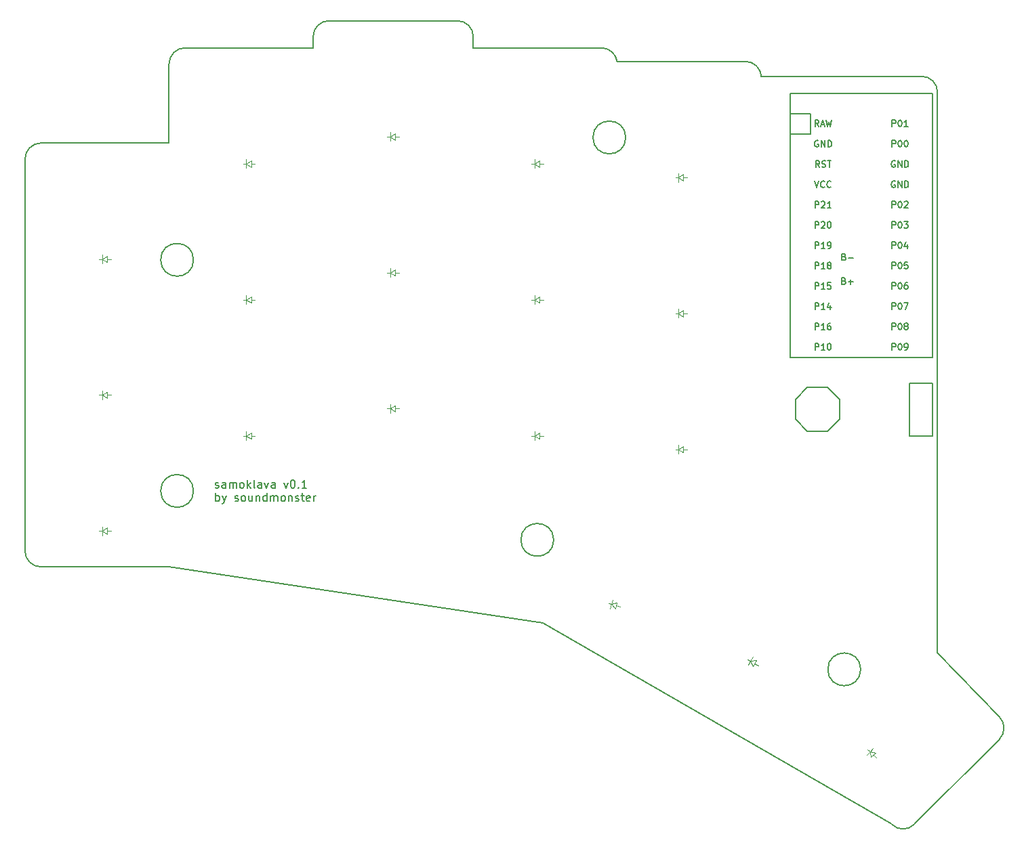
<source format=gbr>
G04 #@! TF.GenerationSoftware,KiCad,Pcbnew,5.1.5+dfsg1-2build2*
G04 #@! TF.CreationDate,2021-11-11T17:13:18+00:00*
G04 #@! TF.ProjectId,board,626f6172-642e-46b6-9963-61645f706362,VERSION_HERE*
G04 #@! TF.SameCoordinates,Original*
G04 #@! TF.FileFunction,Legend,Top*
G04 #@! TF.FilePolarity,Positive*
%FSLAX46Y46*%
G04 Gerber Fmt 4.6, Leading zero omitted, Abs format (unit mm)*
G04 Created by KiCad (PCBNEW 5.1.5+dfsg1-2build2) date 2021-11-11 17:13:18*
%MOMM*%
%LPD*%
G04 APERTURE LIST*
%ADD10C,0.150000*%
G04 #@! TA.AperFunction,Profile*
%ADD11C,0.150000*%
G04 #@! TD*
%ADD12C,0.100000*%
G04 APERTURE END LIST*
D10*
X31787976Y420238D02*
X31883214Y372619D01*
X32073690Y372619D01*
X32168928Y420238D01*
X32216547Y515476D01*
X32216547Y563095D01*
X32168928Y658333D01*
X32073690Y705952D01*
X31930833Y705952D01*
X31835595Y753571D01*
X31787976Y848809D01*
X31787976Y896428D01*
X31835595Y991666D01*
X31930833Y1039285D01*
X32073690Y1039285D01*
X32168928Y991666D01*
X33073690Y372619D02*
X33073690Y896428D01*
X33026071Y991666D01*
X32930833Y1039285D01*
X32740357Y1039285D01*
X32645119Y991666D01*
X33073690Y420238D02*
X32978452Y372619D01*
X32740357Y372619D01*
X32645119Y420238D01*
X32597500Y515476D01*
X32597500Y610714D01*
X32645119Y705952D01*
X32740357Y753571D01*
X32978452Y753571D01*
X33073690Y801190D01*
X33549880Y372619D02*
X33549880Y1039285D01*
X33549880Y944047D02*
X33597500Y991666D01*
X33692738Y1039285D01*
X33835595Y1039285D01*
X33930833Y991666D01*
X33978452Y896428D01*
X33978452Y372619D01*
X33978452Y896428D02*
X34026071Y991666D01*
X34121309Y1039285D01*
X34264166Y1039285D01*
X34359404Y991666D01*
X34407023Y896428D01*
X34407023Y372619D01*
X35026071Y372619D02*
X34930833Y420238D01*
X34883214Y467857D01*
X34835595Y563095D01*
X34835595Y848809D01*
X34883214Y944047D01*
X34930833Y991666D01*
X35026071Y1039285D01*
X35168928Y1039285D01*
X35264166Y991666D01*
X35311785Y944047D01*
X35359404Y848809D01*
X35359404Y563095D01*
X35311785Y467857D01*
X35264166Y420238D01*
X35168928Y372619D01*
X35026071Y372619D01*
X35787976Y372619D02*
X35787976Y1372619D01*
X35883214Y753571D02*
X36168928Y372619D01*
X36168928Y1039285D02*
X35787976Y658333D01*
X36740357Y372619D02*
X36645119Y420238D01*
X36597500Y515476D01*
X36597500Y1372619D01*
X37549880Y372619D02*
X37549880Y896428D01*
X37502261Y991666D01*
X37407023Y1039285D01*
X37216547Y1039285D01*
X37121309Y991666D01*
X37549880Y420238D02*
X37454642Y372619D01*
X37216547Y372619D01*
X37121309Y420238D01*
X37073690Y515476D01*
X37073690Y610714D01*
X37121309Y705952D01*
X37216547Y753571D01*
X37454642Y753571D01*
X37549880Y801190D01*
X37930833Y1039285D02*
X38168928Y372619D01*
X38407023Y1039285D01*
X39216547Y372619D02*
X39216547Y896428D01*
X39168928Y991666D01*
X39073690Y1039285D01*
X38883214Y1039285D01*
X38787976Y991666D01*
X39216547Y420238D02*
X39121309Y372619D01*
X38883214Y372619D01*
X38787976Y420238D01*
X38740357Y515476D01*
X38740357Y610714D01*
X38787976Y705952D01*
X38883214Y753571D01*
X39121309Y753571D01*
X39216547Y801190D01*
X40359404Y1039285D02*
X40597500Y372619D01*
X40835595Y1039285D01*
X41407023Y1372619D02*
X41502261Y1372619D01*
X41597500Y1325000D01*
X41645119Y1277380D01*
X41692738Y1182142D01*
X41740357Y991666D01*
X41740357Y753571D01*
X41692738Y563095D01*
X41645119Y467857D01*
X41597500Y420238D01*
X41502261Y372619D01*
X41407023Y372619D01*
X41311785Y420238D01*
X41264166Y467857D01*
X41216547Y563095D01*
X41168928Y753571D01*
X41168928Y991666D01*
X41216547Y1182142D01*
X41264166Y1277380D01*
X41311785Y1325000D01*
X41407023Y1372619D01*
X42168928Y467857D02*
X42216547Y420238D01*
X42168928Y372619D01*
X42121309Y420238D01*
X42168928Y467857D01*
X42168928Y372619D01*
X43168928Y372619D02*
X42597500Y372619D01*
X42883214Y372619D02*
X42883214Y1372619D01*
X42787976Y1229761D01*
X42692738Y1134523D01*
X42597500Y1086904D01*
X31835595Y-1277380D02*
X31835595Y-277380D01*
X31835595Y-658333D02*
X31930833Y-610714D01*
X32121309Y-610714D01*
X32216547Y-658333D01*
X32264166Y-705952D01*
X32311785Y-801190D01*
X32311785Y-1086904D01*
X32264166Y-1182142D01*
X32216547Y-1229761D01*
X32121309Y-1277380D01*
X31930833Y-1277380D01*
X31835595Y-1229761D01*
X32645119Y-610714D02*
X32883214Y-1277380D01*
X33121309Y-610714D02*
X32883214Y-1277380D01*
X32787976Y-1515476D01*
X32740357Y-1563095D01*
X32645119Y-1610714D01*
X34216547Y-1229761D02*
X34311785Y-1277380D01*
X34502261Y-1277380D01*
X34597500Y-1229761D01*
X34645119Y-1134523D01*
X34645119Y-1086904D01*
X34597500Y-991666D01*
X34502261Y-944047D01*
X34359404Y-944047D01*
X34264166Y-896428D01*
X34216547Y-801190D01*
X34216547Y-753571D01*
X34264166Y-658333D01*
X34359404Y-610714D01*
X34502261Y-610714D01*
X34597500Y-658333D01*
X35216547Y-1277380D02*
X35121309Y-1229761D01*
X35073690Y-1182142D01*
X35026071Y-1086904D01*
X35026071Y-801190D01*
X35073690Y-705952D01*
X35121309Y-658333D01*
X35216547Y-610714D01*
X35359404Y-610714D01*
X35454642Y-658333D01*
X35502261Y-705952D01*
X35549880Y-801190D01*
X35549880Y-1086904D01*
X35502261Y-1182142D01*
X35454642Y-1229761D01*
X35359404Y-1277380D01*
X35216547Y-1277380D01*
X36407023Y-610714D02*
X36407023Y-1277380D01*
X35978452Y-610714D02*
X35978452Y-1134523D01*
X36026071Y-1229761D01*
X36121309Y-1277380D01*
X36264166Y-1277380D01*
X36359404Y-1229761D01*
X36407023Y-1182142D01*
X36883214Y-610714D02*
X36883214Y-1277380D01*
X36883214Y-705952D02*
X36930833Y-658333D01*
X37026071Y-610714D01*
X37168928Y-610714D01*
X37264166Y-658333D01*
X37311785Y-753571D01*
X37311785Y-1277380D01*
X38216547Y-1277380D02*
X38216547Y-277380D01*
X38216547Y-1229761D02*
X38121309Y-1277380D01*
X37930833Y-1277380D01*
X37835595Y-1229761D01*
X37787976Y-1182142D01*
X37740357Y-1086904D01*
X37740357Y-801190D01*
X37787976Y-705952D01*
X37835595Y-658333D01*
X37930833Y-610714D01*
X38121309Y-610714D01*
X38216547Y-658333D01*
X38692738Y-1277380D02*
X38692738Y-610714D01*
X38692738Y-705952D02*
X38740357Y-658333D01*
X38835595Y-610714D01*
X38978452Y-610714D01*
X39073690Y-658333D01*
X39121309Y-753571D01*
X39121309Y-1277380D01*
X39121309Y-753571D02*
X39168928Y-658333D01*
X39264166Y-610714D01*
X39407023Y-610714D01*
X39502261Y-658333D01*
X39549880Y-753571D01*
X39549880Y-1277380D01*
X40168928Y-1277380D02*
X40073690Y-1229761D01*
X40026071Y-1182142D01*
X39978452Y-1086904D01*
X39978452Y-801190D01*
X40026071Y-705952D01*
X40073690Y-658333D01*
X40168928Y-610714D01*
X40311785Y-610714D01*
X40407023Y-658333D01*
X40454642Y-705952D01*
X40502261Y-801190D01*
X40502261Y-1086904D01*
X40454642Y-1182142D01*
X40407023Y-1229761D01*
X40311785Y-1277380D01*
X40168928Y-1277380D01*
X40930833Y-610714D02*
X40930833Y-1277380D01*
X40930833Y-705952D02*
X40978452Y-658333D01*
X41073690Y-610714D01*
X41216547Y-610714D01*
X41311785Y-658333D01*
X41359404Y-753571D01*
X41359404Y-1277380D01*
X41787976Y-1229761D02*
X41883214Y-1277380D01*
X42073690Y-1277380D01*
X42168928Y-1229761D01*
X42216547Y-1134523D01*
X42216547Y-1086904D01*
X42168928Y-991666D01*
X42073690Y-944047D01*
X41930833Y-944047D01*
X41835595Y-896428D01*
X41787976Y-801190D01*
X41787976Y-753571D01*
X41835595Y-658333D01*
X41930833Y-610714D01*
X42073690Y-610714D01*
X42168928Y-658333D01*
X42502261Y-610714D02*
X42883214Y-610714D01*
X42645119Y-277380D02*
X42645119Y-1134523D01*
X42692738Y-1229761D01*
X42787976Y-1277380D01*
X42883214Y-1277380D01*
X43597500Y-1229761D02*
X43502261Y-1277380D01*
X43311785Y-1277380D01*
X43216547Y-1229761D01*
X43168928Y-1134523D01*
X43168928Y-753571D01*
X43216547Y-658333D01*
X43311785Y-610714D01*
X43502261Y-610714D01*
X43597500Y-658333D01*
X43645119Y-753571D01*
X43645119Y-848809D01*
X43168928Y-944047D01*
X44073690Y-1277380D02*
X44073690Y-610714D01*
X44073690Y-801190D02*
X44121309Y-705952D01*
X44168928Y-658333D01*
X44264166Y-610714D01*
X44359404Y-610714D01*
D11*
X10000000Y-9500000D02*
X26000000Y-9500000D01*
X8000000Y-7500000D02*
X8000000Y41500000D01*
X10000000Y-9500000D02*
G75*
G02X8000000Y-7500000I0J2000000D01*
G01*
X26000000Y43500000D02*
X10000000Y43500000D01*
X8000000Y41500000D02*
G75*
G02X10000000Y43500000I2000000J0D01*
G01*
X44000000Y55400000D02*
X28000000Y55400000D01*
X26000000Y53400000D02*
G75*
G02X28000000Y55400000I2000000J0D01*
G01*
X26000000Y53400000D02*
X26000000Y43500000D01*
X64000000Y55400000D02*
X64000000Y56800000D01*
X62000000Y58800000D02*
G75*
G02X64000000Y56800000I0J-2000000D01*
G01*
X62000000Y58800000D02*
X46000000Y58800000D01*
X44000000Y56800000D02*
G75*
G02X46000000Y58800000I2000000J0D01*
G01*
X44000000Y56800000D02*
X44000000Y55400000D01*
X80000000Y55400000D02*
G75*
G02X81977391Y53699872I0J-2000000D01*
G01*
X80000000Y55400000D02*
X64000000Y55400000D01*
X98000000Y53700000D02*
G75*
G02X99994367Y51850000I0J-2000000D01*
G01*
X98000000Y53700000D02*
X82000000Y53700000D01*
X81977391Y53699872D02*
G75*
G02X82000000Y53700000I22609J-1999872D01*
G01*
X119117258Y-41686664D02*
G75*
G02X116288831Y-41686665I-1414214J1414213D01*
G01*
X119117258Y-41686665D02*
X129723860Y-31080063D01*
X129723859Y-28251636D02*
G75*
G02X129723860Y-31080063I-1414213J-1414214D01*
G01*
X122000000Y-20208734D02*
X129723860Y-28251636D01*
X116288831Y-41686665D02*
X72707107Y-16524745D01*
X72707107Y-16524745D02*
X26000000Y-9500000D01*
X122000000Y-20208734D02*
X122000000Y49850000D01*
X120000000Y51850000D02*
G75*
G02X122000000Y49850000I0J-2000000D01*
G01*
X120000000Y51850000D02*
X99994367Y51850000D01*
X29050000Y28900000D02*
G75*
G03X29050000Y28900000I-2050000J0D01*
G01*
X29050000Y0D02*
G75*
G03X29050000Y0I-2050000J0D01*
G01*
X83050000Y44200000D02*
G75*
G03X83050000Y44200000I-2050000J0D01*
G01*
X74050000Y-6120000D02*
G75*
G03X74050000Y-6120000I-2050000J0D01*
G01*
X112399134Y-22311939D02*
G75*
G03X112399134Y-22311939I-2050000J0D01*
G01*
D12*
G04 #@! TO.C,D1*
X18250000Y-5000000D02*
X18750000Y-5000000D01*
X18250000Y-5400000D02*
X17650000Y-5000000D01*
X18250000Y-4600000D02*
X18250000Y-5400000D01*
X17650000Y-5000000D02*
X18250000Y-4600000D01*
X17650000Y-5000000D02*
X17650000Y-5550000D01*
X17650000Y-5000000D02*
X17650000Y-4450000D01*
X17250000Y-5000000D02*
X17650000Y-5000000D01*
G04 #@! TO.C,D2*
X18250000Y12000000D02*
X18750000Y12000000D01*
X18250000Y11600000D02*
X17650000Y12000000D01*
X18250000Y12400000D02*
X18250000Y11600000D01*
X17650000Y12000000D02*
X18250000Y12400000D01*
X17650000Y12000000D02*
X17650000Y11450000D01*
X17650000Y12000000D02*
X17650000Y12550000D01*
X17250000Y12000000D02*
X17650000Y12000000D01*
G04 #@! TO.C,D3*
X18250000Y29000000D02*
X18750000Y29000000D01*
X18250000Y28600000D02*
X17650000Y29000000D01*
X18250000Y29400000D02*
X18250000Y28600000D01*
X17650000Y29000000D02*
X18250000Y29400000D01*
X17650000Y29000000D02*
X17650000Y28450000D01*
X17650000Y29000000D02*
X17650000Y29550000D01*
X17250000Y29000000D02*
X17650000Y29000000D01*
G04 #@! TO.C,D4*
X36250000Y6900000D02*
X36750000Y6900000D01*
X36250000Y6500000D02*
X35650000Y6900000D01*
X36250000Y7300000D02*
X36250000Y6500000D01*
X35650000Y6900000D02*
X36250000Y7300000D01*
X35650000Y6900000D02*
X35650000Y6350000D01*
X35650000Y6900000D02*
X35650000Y7450000D01*
X35250000Y6900000D02*
X35650000Y6900000D01*
G04 #@! TO.C,D5*
X36250000Y23900000D02*
X36750000Y23900000D01*
X36250000Y23500000D02*
X35650000Y23900000D01*
X36250000Y24300000D02*
X36250000Y23500000D01*
X35650000Y23900000D02*
X36250000Y24300000D01*
X35650000Y23900000D02*
X35650000Y23350000D01*
X35650000Y23900000D02*
X35650000Y24450000D01*
X35250000Y23900000D02*
X35650000Y23900000D01*
G04 #@! TO.C,D6*
X36250000Y40900000D02*
X36750000Y40900000D01*
X36250000Y40500000D02*
X35650000Y40900000D01*
X36250000Y41300000D02*
X36250000Y40500000D01*
X35650000Y40900000D02*
X36250000Y41300000D01*
X35650000Y40900000D02*
X35650000Y40350000D01*
X35650000Y40900000D02*
X35650000Y41450000D01*
X35250000Y40900000D02*
X35650000Y40900000D01*
G04 #@! TO.C,D7*
X54250000Y10300000D02*
X54750000Y10300000D01*
X54250000Y9900000D02*
X53650000Y10300000D01*
X54250000Y10700000D02*
X54250000Y9900000D01*
X53650000Y10300000D02*
X54250000Y10700000D01*
X53650000Y10300000D02*
X53650000Y9750000D01*
X53650000Y10300000D02*
X53650000Y10850000D01*
X53250000Y10300000D02*
X53650000Y10300000D01*
G04 #@! TO.C,D8*
X54250000Y27300000D02*
X54750000Y27300000D01*
X54250000Y26900000D02*
X53650000Y27300000D01*
X54250000Y27700000D02*
X54250000Y26900000D01*
X53650000Y27300000D02*
X54250000Y27700000D01*
X53650000Y27300000D02*
X53650000Y26750000D01*
X53650000Y27300000D02*
X53650000Y27850000D01*
X53250000Y27300000D02*
X53650000Y27300000D01*
G04 #@! TO.C,D9*
X54250000Y44300000D02*
X54750000Y44300000D01*
X54250000Y43900000D02*
X53650000Y44300000D01*
X54250000Y44700000D02*
X54250000Y43900000D01*
X53650000Y44300000D02*
X54250000Y44700000D01*
X53650000Y44300000D02*
X53650000Y43750000D01*
X53650000Y44300000D02*
X53650000Y44850000D01*
X53250000Y44300000D02*
X53650000Y44300000D01*
G04 #@! TO.C,D10*
X72250000Y6900000D02*
X72750000Y6900000D01*
X72250000Y6500000D02*
X71650000Y6900000D01*
X72250000Y7300000D02*
X72250000Y6500000D01*
X71650000Y6900000D02*
X72250000Y7300000D01*
X71650000Y6900000D02*
X71650000Y6350000D01*
X71650000Y6900000D02*
X71650000Y7450000D01*
X71250000Y6900000D02*
X71650000Y6900000D01*
G04 #@! TO.C,D11*
X72250000Y23900000D02*
X72750000Y23900000D01*
X72250000Y23500000D02*
X71650000Y23900000D01*
X72250000Y24300000D02*
X72250000Y23500000D01*
X71650000Y23900000D02*
X72250000Y24300000D01*
X71650000Y23900000D02*
X71650000Y23350000D01*
X71650000Y23900000D02*
X71650000Y24450000D01*
X71250000Y23900000D02*
X71650000Y23900000D01*
G04 #@! TO.C,D12*
X72250000Y40900000D02*
X72750000Y40900000D01*
X72250000Y40500000D02*
X71650000Y40900000D01*
X72250000Y41300000D02*
X72250000Y40500000D01*
X71650000Y40900000D02*
X72250000Y41300000D01*
X71650000Y40900000D02*
X71650000Y40350000D01*
X71650000Y40900000D02*
X71650000Y41450000D01*
X71250000Y40900000D02*
X71650000Y40900000D01*
G04 #@! TO.C,D13*
X90250000Y5200000D02*
X90750000Y5200000D01*
X90250000Y4800000D02*
X89650000Y5200000D01*
X90250000Y5600000D02*
X90250000Y4800000D01*
X89650000Y5200000D02*
X90250000Y5600000D01*
X89650000Y5200000D02*
X89650000Y4650000D01*
X89650000Y5200000D02*
X89650000Y5750000D01*
X89250000Y5200000D02*
X89650000Y5200000D01*
G04 #@! TO.C,D14*
X90250000Y22200000D02*
X90750000Y22200000D01*
X90250000Y21800000D02*
X89650000Y22200000D01*
X90250000Y22600000D02*
X90250000Y21800000D01*
X89650000Y22200000D02*
X90250000Y22600000D01*
X89650000Y22200000D02*
X89650000Y21650000D01*
X89650000Y22200000D02*
X89650000Y22750000D01*
X89250000Y22200000D02*
X89650000Y22200000D01*
G04 #@! TO.C,D15*
X90250000Y39200000D02*
X90750000Y39200000D01*
X90250000Y38800000D02*
X89650000Y39200000D01*
X90250000Y39600000D02*
X90250000Y38800000D01*
X89650000Y39200000D02*
X90250000Y39600000D01*
X89650000Y39200000D02*
X89650000Y38650000D01*
X89650000Y39200000D02*
X89650000Y39750000D01*
X89250000Y39200000D02*
X89650000Y39200000D01*
G04 #@! TO.C,D16*
X81840681Y-14313305D02*
X82323644Y-14442714D01*
X81737154Y-14699675D02*
X81261126Y-14158013D01*
X81944209Y-13926934D02*
X81737154Y-14699675D01*
X81261126Y-14158013D02*
X81944209Y-13926934D01*
X81261126Y-14158013D02*
X81118775Y-14689273D01*
X81261126Y-14158013D02*
X81403476Y-13626754D01*
X80874756Y-14054486D02*
X81261126Y-14158013D01*
G04 #@! TO.C,D17*
X99147406Y-21552700D02*
X99580419Y-21802700D01*
X98947406Y-21899110D02*
X98627791Y-21252700D01*
X99347406Y-21206290D02*
X98947406Y-21899110D01*
X98627791Y-21252700D02*
X99347406Y-21206290D01*
X98627791Y-21252700D02*
X98352791Y-21729014D01*
X98627791Y-21252700D02*
X98902791Y-20776386D01*
X98281381Y-21052700D02*
X98627791Y-21252700D01*
G04 #@! TO.C,D18*
X113990777Y-33024577D02*
X114344330Y-33378130D01*
X113707934Y-33307419D02*
X113566513Y-32600313D01*
X114273619Y-32741734D02*
X113707934Y-33307419D01*
X113566513Y-32600313D02*
X114273619Y-32741734D01*
X113566513Y-32600313D02*
X113177604Y-32989221D01*
X113566513Y-32600313D02*
X113955421Y-32211404D01*
X113283670Y-32317470D02*
X113566513Y-32600313D01*
D10*
G04 #@! TO.C,MCU2*
X103610000Y49730000D02*
X103610000Y16710000D01*
X103610000Y16710000D02*
X121390000Y16710000D01*
X121390000Y16710000D02*
X121390000Y49730000D01*
X121390000Y49730000D02*
X103610000Y49730000D01*
X106150000Y47190000D02*
X106150000Y44650000D01*
X106150000Y47190000D02*
X103610000Y47190000D01*
X106150000Y44650000D02*
X103610000Y44650000D01*
G04 #@! TO.C,T1*
X121350000Y8250000D02*
X121350000Y12150000D01*
X121350000Y10200000D02*
X121350000Y13500000D01*
X121350000Y13500000D02*
X118500000Y13500000D01*
X118500000Y13500000D02*
X118500000Y6900000D01*
X118500000Y6900000D02*
X121350000Y6900000D01*
X121350000Y10200000D02*
X121350000Y6900000D01*
G04 #@! TO.C,B1*
X105750000Y7450000D02*
X104250000Y8950000D01*
X108250000Y7450000D02*
X109750000Y8950000D01*
X108250000Y7450000D02*
X105750000Y7450000D01*
X104250000Y11450000D02*
X104250000Y8950000D01*
X109750000Y11450000D02*
X109750000Y8950000D01*
X105750000Y12950000D02*
X104250000Y11450000D01*
X108250000Y12950000D02*
X109750000Y11450000D01*
X108250000Y12950000D02*
X105750000Y12950000D01*
G04 #@! TD*
G04 #@! TO.C,MCU2*
X107147619Y45558095D02*
X106880952Y45939047D01*
X106690476Y45558095D02*
X106690476Y46358095D01*
X106995238Y46358095D01*
X107071428Y46320000D01*
X107109523Y46281904D01*
X107147619Y46205714D01*
X107147619Y46091428D01*
X107109523Y46015238D01*
X107071428Y45977142D01*
X106995238Y45939047D01*
X106690476Y45939047D01*
X107452380Y45786666D02*
X107833333Y45786666D01*
X107376190Y45558095D02*
X107642857Y46358095D01*
X107909523Y45558095D01*
X108100000Y46358095D02*
X108290476Y45558095D01*
X108442857Y46129523D01*
X108595238Y45558095D01*
X108785714Y46358095D01*
X107090476Y43780000D02*
X107014285Y43818095D01*
X106900000Y43818095D01*
X106785714Y43780000D01*
X106709523Y43703809D01*
X106671428Y43627619D01*
X106633333Y43475238D01*
X106633333Y43360952D01*
X106671428Y43208571D01*
X106709523Y43132380D01*
X106785714Y43056190D01*
X106900000Y43018095D01*
X106976190Y43018095D01*
X107090476Y43056190D01*
X107128571Y43094285D01*
X107128571Y43360952D01*
X106976190Y43360952D01*
X107471428Y43018095D02*
X107471428Y43818095D01*
X107928571Y43018095D01*
X107928571Y43818095D01*
X108309523Y43018095D02*
X108309523Y43818095D01*
X108500000Y43818095D01*
X108614285Y43780000D01*
X108690476Y43703809D01*
X108728571Y43627619D01*
X108766666Y43475238D01*
X108766666Y43360952D01*
X108728571Y43208571D01*
X108690476Y43132380D01*
X108614285Y43056190D01*
X108500000Y43018095D01*
X108309523Y43018095D01*
X107261904Y40478095D02*
X106995238Y40859047D01*
X106804761Y40478095D02*
X106804761Y41278095D01*
X107109523Y41278095D01*
X107185714Y41240000D01*
X107223809Y41201904D01*
X107261904Y41125714D01*
X107261904Y41011428D01*
X107223809Y40935238D01*
X107185714Y40897142D01*
X107109523Y40859047D01*
X106804761Y40859047D01*
X107566666Y40516190D02*
X107680952Y40478095D01*
X107871428Y40478095D01*
X107947619Y40516190D01*
X107985714Y40554285D01*
X108023809Y40630476D01*
X108023809Y40706666D01*
X107985714Y40782857D01*
X107947619Y40820952D01*
X107871428Y40859047D01*
X107719047Y40897142D01*
X107642857Y40935238D01*
X107604761Y40973333D01*
X107566666Y41049523D01*
X107566666Y41125714D01*
X107604761Y41201904D01*
X107642857Y41240000D01*
X107719047Y41278095D01*
X107909523Y41278095D01*
X108023809Y41240000D01*
X108252380Y41278095D02*
X108709523Y41278095D01*
X108480952Y40478095D02*
X108480952Y41278095D01*
X106633333Y38738095D02*
X106900000Y37938095D01*
X107166666Y38738095D01*
X107890476Y38014285D02*
X107852380Y37976190D01*
X107738095Y37938095D01*
X107661904Y37938095D01*
X107547619Y37976190D01*
X107471428Y38052380D01*
X107433333Y38128571D01*
X107395238Y38280952D01*
X107395238Y38395238D01*
X107433333Y38547619D01*
X107471428Y38623809D01*
X107547619Y38700000D01*
X107661904Y38738095D01*
X107738095Y38738095D01*
X107852380Y38700000D01*
X107890476Y38661904D01*
X108690476Y38014285D02*
X108652380Y37976190D01*
X108538095Y37938095D01*
X108461904Y37938095D01*
X108347619Y37976190D01*
X108271428Y38052380D01*
X108233333Y38128571D01*
X108195238Y38280952D01*
X108195238Y38395238D01*
X108233333Y38547619D01*
X108271428Y38623809D01*
X108347619Y38700000D01*
X108461904Y38738095D01*
X108538095Y38738095D01*
X108652380Y38700000D01*
X108690476Y38661904D01*
X106728571Y35398095D02*
X106728571Y36198095D01*
X107033333Y36198095D01*
X107109523Y36160000D01*
X107147619Y36121904D01*
X107185714Y36045714D01*
X107185714Y35931428D01*
X107147619Y35855238D01*
X107109523Y35817142D01*
X107033333Y35779047D01*
X106728571Y35779047D01*
X107490476Y36121904D02*
X107528571Y36160000D01*
X107604761Y36198095D01*
X107795238Y36198095D01*
X107871428Y36160000D01*
X107909523Y36121904D01*
X107947619Y36045714D01*
X107947619Y35969523D01*
X107909523Y35855238D01*
X107452380Y35398095D01*
X107947619Y35398095D01*
X108709523Y35398095D02*
X108252380Y35398095D01*
X108480952Y35398095D02*
X108480952Y36198095D01*
X108404761Y36083809D01*
X108328571Y36007619D01*
X108252380Y35969523D01*
X106728571Y32858095D02*
X106728571Y33658095D01*
X107033333Y33658095D01*
X107109523Y33620000D01*
X107147619Y33581904D01*
X107185714Y33505714D01*
X107185714Y33391428D01*
X107147619Y33315238D01*
X107109523Y33277142D01*
X107033333Y33239047D01*
X106728571Y33239047D01*
X107490476Y33581904D02*
X107528571Y33620000D01*
X107604761Y33658095D01*
X107795238Y33658095D01*
X107871428Y33620000D01*
X107909523Y33581904D01*
X107947619Y33505714D01*
X107947619Y33429523D01*
X107909523Y33315238D01*
X107452380Y32858095D01*
X107947619Y32858095D01*
X108442857Y33658095D02*
X108519047Y33658095D01*
X108595238Y33620000D01*
X108633333Y33581904D01*
X108671428Y33505714D01*
X108709523Y33353333D01*
X108709523Y33162857D01*
X108671428Y33010476D01*
X108633333Y32934285D01*
X108595238Y32896190D01*
X108519047Y32858095D01*
X108442857Y32858095D01*
X108366666Y32896190D01*
X108328571Y32934285D01*
X108290476Y33010476D01*
X108252380Y33162857D01*
X108252380Y33353333D01*
X108290476Y33505714D01*
X108328571Y33581904D01*
X108366666Y33620000D01*
X108442857Y33658095D01*
X106728571Y30318095D02*
X106728571Y31118095D01*
X107033333Y31118095D01*
X107109523Y31080000D01*
X107147619Y31041904D01*
X107185714Y30965714D01*
X107185714Y30851428D01*
X107147619Y30775238D01*
X107109523Y30737142D01*
X107033333Y30699047D01*
X106728571Y30699047D01*
X107947619Y30318095D02*
X107490476Y30318095D01*
X107719047Y30318095D02*
X107719047Y31118095D01*
X107642857Y31003809D01*
X107566666Y30927619D01*
X107490476Y30889523D01*
X108328571Y30318095D02*
X108480952Y30318095D01*
X108557142Y30356190D01*
X108595238Y30394285D01*
X108671428Y30508571D01*
X108709523Y30660952D01*
X108709523Y30965714D01*
X108671428Y31041904D01*
X108633333Y31080000D01*
X108557142Y31118095D01*
X108404761Y31118095D01*
X108328571Y31080000D01*
X108290476Y31041904D01*
X108252380Y30965714D01*
X108252380Y30775238D01*
X108290476Y30699047D01*
X108328571Y30660952D01*
X108404761Y30622857D01*
X108557142Y30622857D01*
X108633333Y30660952D01*
X108671428Y30699047D01*
X108709523Y30775238D01*
X106728571Y27778095D02*
X106728571Y28578095D01*
X107033333Y28578095D01*
X107109523Y28540000D01*
X107147619Y28501904D01*
X107185714Y28425714D01*
X107185714Y28311428D01*
X107147619Y28235238D01*
X107109523Y28197142D01*
X107033333Y28159047D01*
X106728571Y28159047D01*
X107947619Y27778095D02*
X107490476Y27778095D01*
X107719047Y27778095D02*
X107719047Y28578095D01*
X107642857Y28463809D01*
X107566666Y28387619D01*
X107490476Y28349523D01*
X108404761Y28235238D02*
X108328571Y28273333D01*
X108290476Y28311428D01*
X108252380Y28387619D01*
X108252380Y28425714D01*
X108290476Y28501904D01*
X108328571Y28540000D01*
X108404761Y28578095D01*
X108557142Y28578095D01*
X108633333Y28540000D01*
X108671428Y28501904D01*
X108709523Y28425714D01*
X108709523Y28387619D01*
X108671428Y28311428D01*
X108633333Y28273333D01*
X108557142Y28235238D01*
X108404761Y28235238D01*
X108328571Y28197142D01*
X108290476Y28159047D01*
X108252380Y28082857D01*
X108252380Y27930476D01*
X108290476Y27854285D01*
X108328571Y27816190D01*
X108404761Y27778095D01*
X108557142Y27778095D01*
X108633333Y27816190D01*
X108671428Y27854285D01*
X108709523Y27930476D01*
X108709523Y28082857D01*
X108671428Y28159047D01*
X108633333Y28197142D01*
X108557142Y28235238D01*
X106728571Y25238095D02*
X106728571Y26038095D01*
X107033333Y26038095D01*
X107109523Y26000000D01*
X107147619Y25961904D01*
X107185714Y25885714D01*
X107185714Y25771428D01*
X107147619Y25695238D01*
X107109523Y25657142D01*
X107033333Y25619047D01*
X106728571Y25619047D01*
X107947619Y25238095D02*
X107490476Y25238095D01*
X107719047Y25238095D02*
X107719047Y26038095D01*
X107642857Y25923809D01*
X107566666Y25847619D01*
X107490476Y25809523D01*
X108671428Y26038095D02*
X108290476Y26038095D01*
X108252380Y25657142D01*
X108290476Y25695238D01*
X108366666Y25733333D01*
X108557142Y25733333D01*
X108633333Y25695238D01*
X108671428Y25657142D01*
X108709523Y25580952D01*
X108709523Y25390476D01*
X108671428Y25314285D01*
X108633333Y25276190D01*
X108557142Y25238095D01*
X108366666Y25238095D01*
X108290476Y25276190D01*
X108252380Y25314285D01*
X106728571Y22698095D02*
X106728571Y23498095D01*
X107033333Y23498095D01*
X107109523Y23460000D01*
X107147619Y23421904D01*
X107185714Y23345714D01*
X107185714Y23231428D01*
X107147619Y23155238D01*
X107109523Y23117142D01*
X107033333Y23079047D01*
X106728571Y23079047D01*
X107947619Y22698095D02*
X107490476Y22698095D01*
X107719047Y22698095D02*
X107719047Y23498095D01*
X107642857Y23383809D01*
X107566666Y23307619D01*
X107490476Y23269523D01*
X108633333Y23231428D02*
X108633333Y22698095D01*
X108442857Y23536190D02*
X108252380Y22964761D01*
X108747619Y22964761D01*
X106728571Y20158095D02*
X106728571Y20958095D01*
X107033333Y20958095D01*
X107109523Y20920000D01*
X107147619Y20881904D01*
X107185714Y20805714D01*
X107185714Y20691428D01*
X107147619Y20615238D01*
X107109523Y20577142D01*
X107033333Y20539047D01*
X106728571Y20539047D01*
X107947619Y20158095D02*
X107490476Y20158095D01*
X107719047Y20158095D02*
X107719047Y20958095D01*
X107642857Y20843809D01*
X107566666Y20767619D01*
X107490476Y20729523D01*
X108633333Y20958095D02*
X108480952Y20958095D01*
X108404761Y20920000D01*
X108366666Y20881904D01*
X108290476Y20767619D01*
X108252380Y20615238D01*
X108252380Y20310476D01*
X108290476Y20234285D01*
X108328571Y20196190D01*
X108404761Y20158095D01*
X108557142Y20158095D01*
X108633333Y20196190D01*
X108671428Y20234285D01*
X108709523Y20310476D01*
X108709523Y20500952D01*
X108671428Y20577142D01*
X108633333Y20615238D01*
X108557142Y20653333D01*
X108404761Y20653333D01*
X108328571Y20615238D01*
X108290476Y20577142D01*
X108252380Y20500952D01*
X106728571Y17618095D02*
X106728571Y18418095D01*
X107033333Y18418095D01*
X107109523Y18380000D01*
X107147619Y18341904D01*
X107185714Y18265714D01*
X107185714Y18151428D01*
X107147619Y18075238D01*
X107109523Y18037142D01*
X107033333Y17999047D01*
X106728571Y17999047D01*
X107947619Y17618095D02*
X107490476Y17618095D01*
X107719047Y17618095D02*
X107719047Y18418095D01*
X107642857Y18303809D01*
X107566666Y18227619D01*
X107490476Y18189523D01*
X108442857Y18418095D02*
X108519047Y18418095D01*
X108595238Y18380000D01*
X108633333Y18341904D01*
X108671428Y18265714D01*
X108709523Y18113333D01*
X108709523Y17922857D01*
X108671428Y17770476D01*
X108633333Y17694285D01*
X108595238Y17656190D01*
X108519047Y17618095D01*
X108442857Y17618095D01*
X108366666Y17656190D01*
X108328571Y17694285D01*
X108290476Y17770476D01*
X108252380Y17922857D01*
X108252380Y18113333D01*
X108290476Y18265714D01*
X108328571Y18341904D01*
X108366666Y18380000D01*
X108442857Y18418095D01*
X116328571Y45558095D02*
X116328571Y46358095D01*
X116633333Y46358095D01*
X116709523Y46320000D01*
X116747619Y46281904D01*
X116785714Y46205714D01*
X116785714Y46091428D01*
X116747619Y46015238D01*
X116709523Y45977142D01*
X116633333Y45939047D01*
X116328571Y45939047D01*
X117280952Y46358095D02*
X117357142Y46358095D01*
X117433333Y46320000D01*
X117471428Y46281904D01*
X117509523Y46205714D01*
X117547619Y46053333D01*
X117547619Y45862857D01*
X117509523Y45710476D01*
X117471428Y45634285D01*
X117433333Y45596190D01*
X117357142Y45558095D01*
X117280952Y45558095D01*
X117204761Y45596190D01*
X117166666Y45634285D01*
X117128571Y45710476D01*
X117090476Y45862857D01*
X117090476Y46053333D01*
X117128571Y46205714D01*
X117166666Y46281904D01*
X117204761Y46320000D01*
X117280952Y46358095D01*
X118309523Y45558095D02*
X117852380Y45558095D01*
X118080952Y45558095D02*
X118080952Y46358095D01*
X118004761Y46243809D01*
X117928571Y46167619D01*
X117852380Y46129523D01*
X116328571Y43018095D02*
X116328571Y43818095D01*
X116633333Y43818095D01*
X116709523Y43780000D01*
X116747619Y43741904D01*
X116785714Y43665714D01*
X116785714Y43551428D01*
X116747619Y43475238D01*
X116709523Y43437142D01*
X116633333Y43399047D01*
X116328571Y43399047D01*
X117280952Y43818095D02*
X117357142Y43818095D01*
X117433333Y43780000D01*
X117471428Y43741904D01*
X117509523Y43665714D01*
X117547619Y43513333D01*
X117547619Y43322857D01*
X117509523Y43170476D01*
X117471428Y43094285D01*
X117433333Y43056190D01*
X117357142Y43018095D01*
X117280952Y43018095D01*
X117204761Y43056190D01*
X117166666Y43094285D01*
X117128571Y43170476D01*
X117090476Y43322857D01*
X117090476Y43513333D01*
X117128571Y43665714D01*
X117166666Y43741904D01*
X117204761Y43780000D01*
X117280952Y43818095D01*
X118042857Y43818095D02*
X118119047Y43818095D01*
X118195238Y43780000D01*
X118233333Y43741904D01*
X118271428Y43665714D01*
X118309523Y43513333D01*
X118309523Y43322857D01*
X118271428Y43170476D01*
X118233333Y43094285D01*
X118195238Y43056190D01*
X118119047Y43018095D01*
X118042857Y43018095D01*
X117966666Y43056190D01*
X117928571Y43094285D01*
X117890476Y43170476D01*
X117852380Y43322857D01*
X117852380Y43513333D01*
X117890476Y43665714D01*
X117928571Y43741904D01*
X117966666Y43780000D01*
X118042857Y43818095D01*
X116690476Y41240000D02*
X116614285Y41278095D01*
X116500000Y41278095D01*
X116385714Y41240000D01*
X116309523Y41163809D01*
X116271428Y41087619D01*
X116233333Y40935238D01*
X116233333Y40820952D01*
X116271428Y40668571D01*
X116309523Y40592380D01*
X116385714Y40516190D01*
X116500000Y40478095D01*
X116576190Y40478095D01*
X116690476Y40516190D01*
X116728571Y40554285D01*
X116728571Y40820952D01*
X116576190Y40820952D01*
X117071428Y40478095D02*
X117071428Y41278095D01*
X117528571Y40478095D01*
X117528571Y41278095D01*
X117909523Y40478095D02*
X117909523Y41278095D01*
X118100000Y41278095D01*
X118214285Y41240000D01*
X118290476Y41163809D01*
X118328571Y41087619D01*
X118366666Y40935238D01*
X118366666Y40820952D01*
X118328571Y40668571D01*
X118290476Y40592380D01*
X118214285Y40516190D01*
X118100000Y40478095D01*
X117909523Y40478095D01*
X116690476Y38700000D02*
X116614285Y38738095D01*
X116500000Y38738095D01*
X116385714Y38700000D01*
X116309523Y38623809D01*
X116271428Y38547619D01*
X116233333Y38395238D01*
X116233333Y38280952D01*
X116271428Y38128571D01*
X116309523Y38052380D01*
X116385714Y37976190D01*
X116500000Y37938095D01*
X116576190Y37938095D01*
X116690476Y37976190D01*
X116728571Y38014285D01*
X116728571Y38280952D01*
X116576190Y38280952D01*
X117071428Y37938095D02*
X117071428Y38738095D01*
X117528571Y37938095D01*
X117528571Y38738095D01*
X117909523Y37938095D02*
X117909523Y38738095D01*
X118100000Y38738095D01*
X118214285Y38700000D01*
X118290476Y38623809D01*
X118328571Y38547619D01*
X118366666Y38395238D01*
X118366666Y38280952D01*
X118328571Y38128571D01*
X118290476Y38052380D01*
X118214285Y37976190D01*
X118100000Y37938095D01*
X117909523Y37938095D01*
X116328571Y35398095D02*
X116328571Y36198095D01*
X116633333Y36198095D01*
X116709523Y36160000D01*
X116747619Y36121904D01*
X116785714Y36045714D01*
X116785714Y35931428D01*
X116747619Y35855238D01*
X116709523Y35817142D01*
X116633333Y35779047D01*
X116328571Y35779047D01*
X117280952Y36198095D02*
X117357142Y36198095D01*
X117433333Y36160000D01*
X117471428Y36121904D01*
X117509523Y36045714D01*
X117547619Y35893333D01*
X117547619Y35702857D01*
X117509523Y35550476D01*
X117471428Y35474285D01*
X117433333Y35436190D01*
X117357142Y35398095D01*
X117280952Y35398095D01*
X117204761Y35436190D01*
X117166666Y35474285D01*
X117128571Y35550476D01*
X117090476Y35702857D01*
X117090476Y35893333D01*
X117128571Y36045714D01*
X117166666Y36121904D01*
X117204761Y36160000D01*
X117280952Y36198095D01*
X117852380Y36121904D02*
X117890476Y36160000D01*
X117966666Y36198095D01*
X118157142Y36198095D01*
X118233333Y36160000D01*
X118271428Y36121904D01*
X118309523Y36045714D01*
X118309523Y35969523D01*
X118271428Y35855238D01*
X117814285Y35398095D01*
X118309523Y35398095D01*
X116328571Y32858095D02*
X116328571Y33658095D01*
X116633333Y33658095D01*
X116709523Y33620000D01*
X116747619Y33581904D01*
X116785714Y33505714D01*
X116785714Y33391428D01*
X116747619Y33315238D01*
X116709523Y33277142D01*
X116633333Y33239047D01*
X116328571Y33239047D01*
X117280952Y33658095D02*
X117357142Y33658095D01*
X117433333Y33620000D01*
X117471428Y33581904D01*
X117509523Y33505714D01*
X117547619Y33353333D01*
X117547619Y33162857D01*
X117509523Y33010476D01*
X117471428Y32934285D01*
X117433333Y32896190D01*
X117357142Y32858095D01*
X117280952Y32858095D01*
X117204761Y32896190D01*
X117166666Y32934285D01*
X117128571Y33010476D01*
X117090476Y33162857D01*
X117090476Y33353333D01*
X117128571Y33505714D01*
X117166666Y33581904D01*
X117204761Y33620000D01*
X117280952Y33658095D01*
X117814285Y33658095D02*
X118309523Y33658095D01*
X118042857Y33353333D01*
X118157142Y33353333D01*
X118233333Y33315238D01*
X118271428Y33277142D01*
X118309523Y33200952D01*
X118309523Y33010476D01*
X118271428Y32934285D01*
X118233333Y32896190D01*
X118157142Y32858095D01*
X117928571Y32858095D01*
X117852380Y32896190D01*
X117814285Y32934285D01*
X116328571Y30318095D02*
X116328571Y31118095D01*
X116633333Y31118095D01*
X116709523Y31080000D01*
X116747619Y31041904D01*
X116785714Y30965714D01*
X116785714Y30851428D01*
X116747619Y30775238D01*
X116709523Y30737142D01*
X116633333Y30699047D01*
X116328571Y30699047D01*
X117280952Y31118095D02*
X117357142Y31118095D01*
X117433333Y31080000D01*
X117471428Y31041904D01*
X117509523Y30965714D01*
X117547619Y30813333D01*
X117547619Y30622857D01*
X117509523Y30470476D01*
X117471428Y30394285D01*
X117433333Y30356190D01*
X117357142Y30318095D01*
X117280952Y30318095D01*
X117204761Y30356190D01*
X117166666Y30394285D01*
X117128571Y30470476D01*
X117090476Y30622857D01*
X117090476Y30813333D01*
X117128571Y30965714D01*
X117166666Y31041904D01*
X117204761Y31080000D01*
X117280952Y31118095D01*
X118233333Y30851428D02*
X118233333Y30318095D01*
X118042857Y31156190D02*
X117852380Y30584761D01*
X118347619Y30584761D01*
X116328571Y27778095D02*
X116328571Y28578095D01*
X116633333Y28578095D01*
X116709523Y28540000D01*
X116747619Y28501904D01*
X116785714Y28425714D01*
X116785714Y28311428D01*
X116747619Y28235238D01*
X116709523Y28197142D01*
X116633333Y28159047D01*
X116328571Y28159047D01*
X117280952Y28578095D02*
X117357142Y28578095D01*
X117433333Y28540000D01*
X117471428Y28501904D01*
X117509523Y28425714D01*
X117547619Y28273333D01*
X117547619Y28082857D01*
X117509523Y27930476D01*
X117471428Y27854285D01*
X117433333Y27816190D01*
X117357142Y27778095D01*
X117280952Y27778095D01*
X117204761Y27816190D01*
X117166666Y27854285D01*
X117128571Y27930476D01*
X117090476Y28082857D01*
X117090476Y28273333D01*
X117128571Y28425714D01*
X117166666Y28501904D01*
X117204761Y28540000D01*
X117280952Y28578095D01*
X118271428Y28578095D02*
X117890476Y28578095D01*
X117852380Y28197142D01*
X117890476Y28235238D01*
X117966666Y28273333D01*
X118157142Y28273333D01*
X118233333Y28235238D01*
X118271428Y28197142D01*
X118309523Y28120952D01*
X118309523Y27930476D01*
X118271428Y27854285D01*
X118233333Y27816190D01*
X118157142Y27778095D01*
X117966666Y27778095D01*
X117890476Y27816190D01*
X117852380Y27854285D01*
X116328571Y25238095D02*
X116328571Y26038095D01*
X116633333Y26038095D01*
X116709523Y26000000D01*
X116747619Y25961904D01*
X116785714Y25885714D01*
X116785714Y25771428D01*
X116747619Y25695238D01*
X116709523Y25657142D01*
X116633333Y25619047D01*
X116328571Y25619047D01*
X117280952Y26038095D02*
X117357142Y26038095D01*
X117433333Y26000000D01*
X117471428Y25961904D01*
X117509523Y25885714D01*
X117547619Y25733333D01*
X117547619Y25542857D01*
X117509523Y25390476D01*
X117471428Y25314285D01*
X117433333Y25276190D01*
X117357142Y25238095D01*
X117280952Y25238095D01*
X117204761Y25276190D01*
X117166666Y25314285D01*
X117128571Y25390476D01*
X117090476Y25542857D01*
X117090476Y25733333D01*
X117128571Y25885714D01*
X117166666Y25961904D01*
X117204761Y26000000D01*
X117280952Y26038095D01*
X118233333Y26038095D02*
X118080952Y26038095D01*
X118004761Y26000000D01*
X117966666Y25961904D01*
X117890476Y25847619D01*
X117852380Y25695238D01*
X117852380Y25390476D01*
X117890476Y25314285D01*
X117928571Y25276190D01*
X118004761Y25238095D01*
X118157142Y25238095D01*
X118233333Y25276190D01*
X118271428Y25314285D01*
X118309523Y25390476D01*
X118309523Y25580952D01*
X118271428Y25657142D01*
X118233333Y25695238D01*
X118157142Y25733333D01*
X118004761Y25733333D01*
X117928571Y25695238D01*
X117890476Y25657142D01*
X117852380Y25580952D01*
X116328571Y22698095D02*
X116328571Y23498095D01*
X116633333Y23498095D01*
X116709523Y23460000D01*
X116747619Y23421904D01*
X116785714Y23345714D01*
X116785714Y23231428D01*
X116747619Y23155238D01*
X116709523Y23117142D01*
X116633333Y23079047D01*
X116328571Y23079047D01*
X117280952Y23498095D02*
X117357142Y23498095D01*
X117433333Y23460000D01*
X117471428Y23421904D01*
X117509523Y23345714D01*
X117547619Y23193333D01*
X117547619Y23002857D01*
X117509523Y22850476D01*
X117471428Y22774285D01*
X117433333Y22736190D01*
X117357142Y22698095D01*
X117280952Y22698095D01*
X117204761Y22736190D01*
X117166666Y22774285D01*
X117128571Y22850476D01*
X117090476Y23002857D01*
X117090476Y23193333D01*
X117128571Y23345714D01*
X117166666Y23421904D01*
X117204761Y23460000D01*
X117280952Y23498095D01*
X117814285Y23498095D02*
X118347619Y23498095D01*
X118004761Y22698095D01*
X116328571Y20158095D02*
X116328571Y20958095D01*
X116633333Y20958095D01*
X116709523Y20920000D01*
X116747619Y20881904D01*
X116785714Y20805714D01*
X116785714Y20691428D01*
X116747619Y20615238D01*
X116709523Y20577142D01*
X116633333Y20539047D01*
X116328571Y20539047D01*
X117280952Y20958095D02*
X117357142Y20958095D01*
X117433333Y20920000D01*
X117471428Y20881904D01*
X117509523Y20805714D01*
X117547619Y20653333D01*
X117547619Y20462857D01*
X117509523Y20310476D01*
X117471428Y20234285D01*
X117433333Y20196190D01*
X117357142Y20158095D01*
X117280952Y20158095D01*
X117204761Y20196190D01*
X117166666Y20234285D01*
X117128571Y20310476D01*
X117090476Y20462857D01*
X117090476Y20653333D01*
X117128571Y20805714D01*
X117166666Y20881904D01*
X117204761Y20920000D01*
X117280952Y20958095D01*
X118004761Y20615238D02*
X117928571Y20653333D01*
X117890476Y20691428D01*
X117852380Y20767619D01*
X117852380Y20805714D01*
X117890476Y20881904D01*
X117928571Y20920000D01*
X118004761Y20958095D01*
X118157142Y20958095D01*
X118233333Y20920000D01*
X118271428Y20881904D01*
X118309523Y20805714D01*
X118309523Y20767619D01*
X118271428Y20691428D01*
X118233333Y20653333D01*
X118157142Y20615238D01*
X118004761Y20615238D01*
X117928571Y20577142D01*
X117890476Y20539047D01*
X117852380Y20462857D01*
X117852380Y20310476D01*
X117890476Y20234285D01*
X117928571Y20196190D01*
X118004761Y20158095D01*
X118157142Y20158095D01*
X118233333Y20196190D01*
X118271428Y20234285D01*
X118309523Y20310476D01*
X118309523Y20462857D01*
X118271428Y20539047D01*
X118233333Y20577142D01*
X118157142Y20615238D01*
X116328571Y17618095D02*
X116328571Y18418095D01*
X116633333Y18418095D01*
X116709523Y18380000D01*
X116747619Y18341904D01*
X116785714Y18265714D01*
X116785714Y18151428D01*
X116747619Y18075238D01*
X116709523Y18037142D01*
X116633333Y17999047D01*
X116328571Y17999047D01*
X117280952Y18418095D02*
X117357142Y18418095D01*
X117433333Y18380000D01*
X117471428Y18341904D01*
X117509523Y18265714D01*
X117547619Y18113333D01*
X117547619Y17922857D01*
X117509523Y17770476D01*
X117471428Y17694285D01*
X117433333Y17656190D01*
X117357142Y17618095D01*
X117280952Y17618095D01*
X117204761Y17656190D01*
X117166666Y17694285D01*
X117128571Y17770476D01*
X117090476Y17922857D01*
X117090476Y18113333D01*
X117128571Y18265714D01*
X117166666Y18341904D01*
X117204761Y18380000D01*
X117280952Y18418095D01*
X117928571Y17618095D02*
X118080952Y17618095D01*
X118157142Y17656190D01*
X118195238Y17694285D01*
X118271428Y17808571D01*
X118309523Y17960952D01*
X118309523Y18265714D01*
X118271428Y18341904D01*
X118233333Y18380000D01*
X118157142Y18418095D01*
X118004761Y18418095D01*
X117928571Y18380000D01*
X117890476Y18341904D01*
X117852380Y18265714D01*
X117852380Y18075238D01*
X117890476Y17999047D01*
X117928571Y17960952D01*
X118004761Y17922857D01*
X118157142Y17922857D01*
X118233333Y17960952D01*
X118271428Y17999047D01*
X118309523Y18075238D01*
G04 #@! TO.C,PAD1*
X110311904Y26257142D02*
X110426190Y26219047D01*
X110464285Y26180952D01*
X110502380Y26104761D01*
X110502380Y25990476D01*
X110464285Y25914285D01*
X110426190Y25876190D01*
X110350000Y25838095D01*
X110045238Y25838095D01*
X110045238Y26638095D01*
X110311904Y26638095D01*
X110388095Y26600000D01*
X110426190Y26561904D01*
X110464285Y26485714D01*
X110464285Y26409523D01*
X110426190Y26333333D01*
X110388095Y26295238D01*
X110311904Y26257142D01*
X110045238Y26257142D01*
X110845238Y26142857D02*
X111454761Y26142857D01*
X111150000Y25838095D02*
X111150000Y26447619D01*
G04 #@! TO.C,PAD2*
X110311904Y29257142D02*
X110426190Y29219047D01*
X110464285Y29180952D01*
X110502380Y29104761D01*
X110502380Y28990476D01*
X110464285Y28914285D01*
X110426190Y28876190D01*
X110350000Y28838095D01*
X110045238Y28838095D01*
X110045238Y29638095D01*
X110311904Y29638095D01*
X110388095Y29600000D01*
X110426190Y29561904D01*
X110464285Y29485714D01*
X110464285Y29409523D01*
X110426190Y29333333D01*
X110388095Y29295238D01*
X110311904Y29257142D01*
X110045238Y29257142D01*
X110845238Y29142857D02*
X111454761Y29142857D01*
G04 #@! TD*
M02*

</source>
